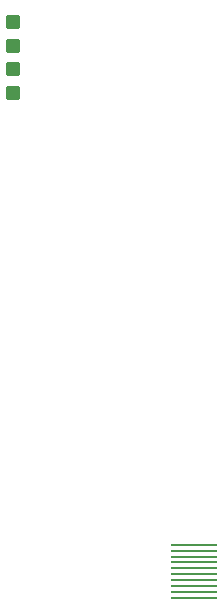
<source format=gbr>
%TF.GenerationSoftware,KiCad,Pcbnew,8.0.4*%
%TF.CreationDate,2024-08-01T13:46:47+01:00*%
%TF.ProjectId,buttonsSuper,62757474-6f6e-4735-9375-7065722e6b69,rev?*%
%TF.SameCoordinates,Original*%
%TF.FileFunction,Paste,Bot*%
%TF.FilePolarity,Positive*%
%FSLAX46Y46*%
G04 Gerber Fmt 4.6, Leading zero omitted, Abs format (unit mm)*
G04 Created by KiCad (PCBNEW 8.0.4) date 2024-08-01 13:46:47*
%MOMM*%
%LPD*%
G01*
G04 APERTURE LIST*
G04 Aperture macros list*
%AMRoundRect*
0 Rectangle with rounded corners*
0 $1 Rounding radius*
0 $2 $3 $4 $5 $6 $7 $8 $9 X,Y pos of 4 corners*
0 Add a 4 corners polygon primitive as box body*
4,1,4,$2,$3,$4,$5,$6,$7,$8,$9,$2,$3,0*
0 Add four circle primitives for the rounded corners*
1,1,$1+$1,$2,$3*
1,1,$1+$1,$4,$5*
1,1,$1+$1,$6,$7*
1,1,$1+$1,$8,$9*
0 Add four rect primitives between the rounded corners*
20,1,$1+$1,$2,$3,$4,$5,0*
20,1,$1+$1,$4,$5,$6,$7,0*
20,1,$1+$1,$6,$7,$8,$9,0*
20,1,$1+$1,$8,$9,$2,$3,0*%
G04 Aperture macros list end*
%ADD10RoundRect,0.312500X-0.312500X0.312500X-0.312500X-0.312500X0.312500X-0.312500X0.312500X0.312500X0*%
%ADD11R,4.000000X0.250000*%
G04 APERTURE END LIST*
D10*
%TO.C,C6*%
X50124507Y-58501014D03*
X50124507Y-60501014D03*
X50124507Y-62501014D03*
X50124507Y-64501014D03*
%TD*%
D11*
%TO.C,C5*%
X65500000Y-106250000D03*
X65500000Y-103750000D03*
X65500000Y-105250000D03*
X65500000Y-102750000D03*
X65500915Y-107248986D03*
X65500000Y-104750000D03*
X65500000Y-106750000D03*
X65500000Y-104250000D03*
X65500000Y-103250000D03*
X65500000Y-105750000D03*
%TD*%
M02*

</source>
